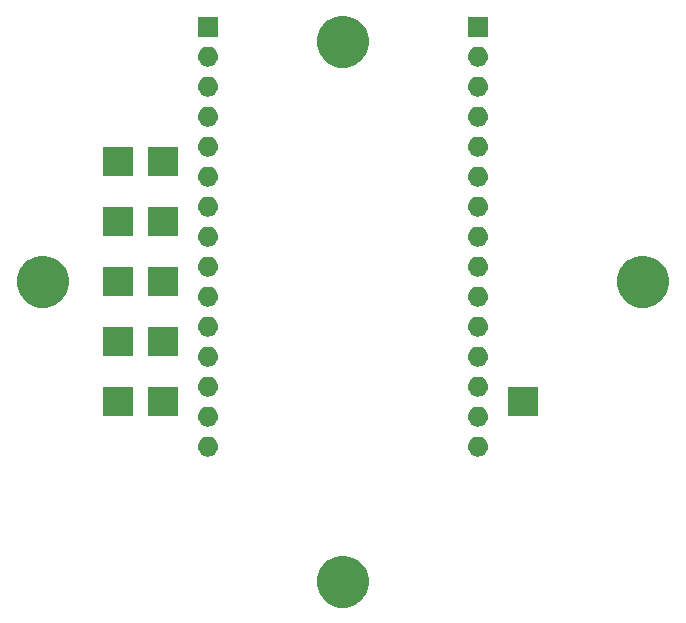
<source format=gbr>
G04 #@! TF.GenerationSoftware,KiCad,Pcbnew,5.0.2+dfsg1-1*
G04 #@! TF.CreationDate,2021-08-24T19:42:59-04:00*
G04 #@! TF.ProjectId,WIFI_RGB_PCB,57494649-5f52-4474-925f-5043422e6b69,rev?*
G04 #@! TF.SameCoordinates,Original*
G04 #@! TF.FileFunction,Soldermask,Bot*
G04 #@! TF.FilePolarity,Negative*
%FSLAX46Y46*%
G04 Gerber Fmt 4.6, Leading zero omitted, Abs format (unit mm)*
G04 Created by KiCad (PCBNEW 5.0.2+dfsg1-1) date Tue 24 Aug 2021 07:42:59 PM EDT*
%MOMM*%
%LPD*%
G01*
G04 APERTURE LIST*
%ADD10C,0.100000*%
G04 APERTURE END LIST*
D10*
G36*
X97161716Y-113454544D02*
X97562090Y-113620384D01*
X97922421Y-113861150D01*
X98228850Y-114167579D01*
X98469616Y-114527910D01*
X98635456Y-114928284D01*
X98720000Y-115353317D01*
X98720000Y-115786683D01*
X98635456Y-116211716D01*
X98469616Y-116612090D01*
X98228850Y-116972421D01*
X97922421Y-117278850D01*
X97562090Y-117519616D01*
X97161716Y-117685456D01*
X96736683Y-117770000D01*
X96303317Y-117770000D01*
X95878284Y-117685456D01*
X95477910Y-117519616D01*
X95117579Y-117278850D01*
X94811150Y-116972421D01*
X94570384Y-116612090D01*
X94404544Y-116211716D01*
X94320000Y-115786683D01*
X94320000Y-115353317D01*
X94404544Y-114928284D01*
X94570384Y-114527910D01*
X94811150Y-114167579D01*
X95117579Y-113861150D01*
X95477910Y-113620384D01*
X95878284Y-113454544D01*
X96303317Y-113370000D01*
X96736683Y-113370000D01*
X97161716Y-113454544D01*
X97161716Y-113454544D01*
G37*
G36*
X108116630Y-103302299D02*
X108276855Y-103350903D01*
X108424520Y-103429831D01*
X108553949Y-103536051D01*
X108660169Y-103665480D01*
X108739097Y-103813145D01*
X108787701Y-103973370D01*
X108804112Y-104140000D01*
X108787701Y-104306630D01*
X108739097Y-104466855D01*
X108660169Y-104614520D01*
X108553949Y-104743949D01*
X108424520Y-104850169D01*
X108276855Y-104929097D01*
X108116630Y-104977701D01*
X107991752Y-104990000D01*
X107908248Y-104990000D01*
X107783370Y-104977701D01*
X107623145Y-104929097D01*
X107475480Y-104850169D01*
X107346051Y-104743949D01*
X107239831Y-104614520D01*
X107160903Y-104466855D01*
X107112299Y-104306630D01*
X107095888Y-104140000D01*
X107112299Y-103973370D01*
X107160903Y-103813145D01*
X107239831Y-103665480D01*
X107346051Y-103536051D01*
X107475480Y-103429831D01*
X107623145Y-103350903D01*
X107783370Y-103302299D01*
X107908248Y-103290000D01*
X107991752Y-103290000D01*
X108116630Y-103302299D01*
X108116630Y-103302299D01*
G37*
G36*
X85256630Y-103302299D02*
X85416855Y-103350903D01*
X85564520Y-103429831D01*
X85693949Y-103536051D01*
X85800169Y-103665480D01*
X85879097Y-103813145D01*
X85927701Y-103973370D01*
X85944112Y-104140000D01*
X85927701Y-104306630D01*
X85879097Y-104466855D01*
X85800169Y-104614520D01*
X85693949Y-104743949D01*
X85564520Y-104850169D01*
X85416855Y-104929097D01*
X85256630Y-104977701D01*
X85131752Y-104990000D01*
X85048248Y-104990000D01*
X84923370Y-104977701D01*
X84763145Y-104929097D01*
X84615480Y-104850169D01*
X84486051Y-104743949D01*
X84379831Y-104614520D01*
X84300903Y-104466855D01*
X84252299Y-104306630D01*
X84235888Y-104140000D01*
X84252299Y-103973370D01*
X84300903Y-103813145D01*
X84379831Y-103665480D01*
X84486051Y-103536051D01*
X84615480Y-103429831D01*
X84763145Y-103350903D01*
X84923370Y-103302299D01*
X85048248Y-103290000D01*
X85131752Y-103290000D01*
X85256630Y-103302299D01*
X85256630Y-103302299D01*
G37*
G36*
X108116630Y-100762299D02*
X108276855Y-100810903D01*
X108424520Y-100889831D01*
X108553949Y-100996051D01*
X108660169Y-101125480D01*
X108739097Y-101273145D01*
X108787701Y-101433370D01*
X108804112Y-101600000D01*
X108787701Y-101766630D01*
X108739097Y-101926855D01*
X108660169Y-102074520D01*
X108553949Y-102203949D01*
X108424520Y-102310169D01*
X108276855Y-102389097D01*
X108116630Y-102437701D01*
X107991752Y-102450000D01*
X107908248Y-102450000D01*
X107783370Y-102437701D01*
X107623145Y-102389097D01*
X107475480Y-102310169D01*
X107346051Y-102203949D01*
X107239831Y-102074520D01*
X107160903Y-101926855D01*
X107112299Y-101766630D01*
X107095888Y-101600000D01*
X107112299Y-101433370D01*
X107160903Y-101273145D01*
X107239831Y-101125480D01*
X107346051Y-100996051D01*
X107475480Y-100889831D01*
X107623145Y-100810903D01*
X107783370Y-100762299D01*
X107908248Y-100750000D01*
X107991752Y-100750000D01*
X108116630Y-100762299D01*
X108116630Y-100762299D01*
G37*
G36*
X85256630Y-100762299D02*
X85416855Y-100810903D01*
X85564520Y-100889831D01*
X85693949Y-100996051D01*
X85800169Y-101125480D01*
X85879097Y-101273145D01*
X85927701Y-101433370D01*
X85944112Y-101600000D01*
X85927701Y-101766630D01*
X85879097Y-101926855D01*
X85800169Y-102074520D01*
X85693949Y-102203949D01*
X85564520Y-102310169D01*
X85416855Y-102389097D01*
X85256630Y-102437701D01*
X85131752Y-102450000D01*
X85048248Y-102450000D01*
X84923370Y-102437701D01*
X84763145Y-102389097D01*
X84615480Y-102310169D01*
X84486051Y-102203949D01*
X84379831Y-102074520D01*
X84300903Y-101926855D01*
X84252299Y-101766630D01*
X84235888Y-101600000D01*
X84252299Y-101433370D01*
X84300903Y-101273145D01*
X84379831Y-101125480D01*
X84486051Y-100996051D01*
X84615480Y-100889831D01*
X84763145Y-100810903D01*
X84923370Y-100762299D01*
X85048248Y-100750000D01*
X85131752Y-100750000D01*
X85256630Y-100762299D01*
X85256630Y-100762299D01*
G37*
G36*
X82530000Y-101580000D02*
X80030000Y-101580000D01*
X80030000Y-99080000D01*
X82530000Y-99080000D01*
X82530000Y-101580000D01*
X82530000Y-101580000D01*
G37*
G36*
X113010000Y-101580000D02*
X110510000Y-101580000D01*
X110510000Y-99080000D01*
X113010000Y-99080000D01*
X113010000Y-101580000D01*
X113010000Y-101580000D01*
G37*
G36*
X78720000Y-101580000D02*
X76220000Y-101580000D01*
X76220000Y-99080000D01*
X78720000Y-99080000D01*
X78720000Y-101580000D01*
X78720000Y-101580000D01*
G37*
G36*
X85256630Y-98222299D02*
X85416855Y-98270903D01*
X85564520Y-98349831D01*
X85693949Y-98456051D01*
X85800169Y-98585480D01*
X85879097Y-98733145D01*
X85927701Y-98893370D01*
X85944112Y-99060000D01*
X85927701Y-99226630D01*
X85879097Y-99386855D01*
X85800169Y-99534520D01*
X85693949Y-99663949D01*
X85564520Y-99770169D01*
X85416855Y-99849097D01*
X85256630Y-99897701D01*
X85131752Y-99910000D01*
X85048248Y-99910000D01*
X84923370Y-99897701D01*
X84763145Y-99849097D01*
X84615480Y-99770169D01*
X84486051Y-99663949D01*
X84379831Y-99534520D01*
X84300903Y-99386855D01*
X84252299Y-99226630D01*
X84235888Y-99060000D01*
X84252299Y-98893370D01*
X84300903Y-98733145D01*
X84379831Y-98585480D01*
X84486051Y-98456051D01*
X84615480Y-98349831D01*
X84763145Y-98270903D01*
X84923370Y-98222299D01*
X85048248Y-98210000D01*
X85131752Y-98210000D01*
X85256630Y-98222299D01*
X85256630Y-98222299D01*
G37*
G36*
X108116630Y-98222299D02*
X108276855Y-98270903D01*
X108424520Y-98349831D01*
X108553949Y-98456051D01*
X108660169Y-98585480D01*
X108739097Y-98733145D01*
X108787701Y-98893370D01*
X108804112Y-99060000D01*
X108787701Y-99226630D01*
X108739097Y-99386855D01*
X108660169Y-99534520D01*
X108553949Y-99663949D01*
X108424520Y-99770169D01*
X108276855Y-99849097D01*
X108116630Y-99897701D01*
X107991752Y-99910000D01*
X107908248Y-99910000D01*
X107783370Y-99897701D01*
X107623145Y-99849097D01*
X107475480Y-99770169D01*
X107346051Y-99663949D01*
X107239831Y-99534520D01*
X107160903Y-99386855D01*
X107112299Y-99226630D01*
X107095888Y-99060000D01*
X107112299Y-98893370D01*
X107160903Y-98733145D01*
X107239831Y-98585480D01*
X107346051Y-98456051D01*
X107475480Y-98349831D01*
X107623145Y-98270903D01*
X107783370Y-98222299D01*
X107908248Y-98210000D01*
X107991752Y-98210000D01*
X108116630Y-98222299D01*
X108116630Y-98222299D01*
G37*
G36*
X85256630Y-95682299D02*
X85416855Y-95730903D01*
X85564520Y-95809831D01*
X85693949Y-95916051D01*
X85800169Y-96045480D01*
X85879097Y-96193145D01*
X85927701Y-96353370D01*
X85944112Y-96520000D01*
X85927701Y-96686630D01*
X85879097Y-96846855D01*
X85800169Y-96994520D01*
X85693949Y-97123949D01*
X85564520Y-97230169D01*
X85416855Y-97309097D01*
X85256630Y-97357701D01*
X85131752Y-97370000D01*
X85048248Y-97370000D01*
X84923370Y-97357701D01*
X84763145Y-97309097D01*
X84615480Y-97230169D01*
X84486051Y-97123949D01*
X84379831Y-96994520D01*
X84300903Y-96846855D01*
X84252299Y-96686630D01*
X84235888Y-96520000D01*
X84252299Y-96353370D01*
X84300903Y-96193145D01*
X84379831Y-96045480D01*
X84486051Y-95916051D01*
X84615480Y-95809831D01*
X84763145Y-95730903D01*
X84923370Y-95682299D01*
X85048248Y-95670000D01*
X85131752Y-95670000D01*
X85256630Y-95682299D01*
X85256630Y-95682299D01*
G37*
G36*
X108116630Y-95682299D02*
X108276855Y-95730903D01*
X108424520Y-95809831D01*
X108553949Y-95916051D01*
X108660169Y-96045480D01*
X108739097Y-96193145D01*
X108787701Y-96353370D01*
X108804112Y-96520000D01*
X108787701Y-96686630D01*
X108739097Y-96846855D01*
X108660169Y-96994520D01*
X108553949Y-97123949D01*
X108424520Y-97230169D01*
X108276855Y-97309097D01*
X108116630Y-97357701D01*
X107991752Y-97370000D01*
X107908248Y-97370000D01*
X107783370Y-97357701D01*
X107623145Y-97309097D01*
X107475480Y-97230169D01*
X107346051Y-97123949D01*
X107239831Y-96994520D01*
X107160903Y-96846855D01*
X107112299Y-96686630D01*
X107095888Y-96520000D01*
X107112299Y-96353370D01*
X107160903Y-96193145D01*
X107239831Y-96045480D01*
X107346051Y-95916051D01*
X107475480Y-95809831D01*
X107623145Y-95730903D01*
X107783370Y-95682299D01*
X107908248Y-95670000D01*
X107991752Y-95670000D01*
X108116630Y-95682299D01*
X108116630Y-95682299D01*
G37*
G36*
X82530000Y-96500000D02*
X80030000Y-96500000D01*
X80030000Y-94000000D01*
X82530000Y-94000000D01*
X82530000Y-96500000D01*
X82530000Y-96500000D01*
G37*
G36*
X78720000Y-96500000D02*
X76220000Y-96500000D01*
X76220000Y-94000000D01*
X78720000Y-94000000D01*
X78720000Y-96500000D01*
X78720000Y-96500000D01*
G37*
G36*
X108116630Y-93142299D02*
X108276855Y-93190903D01*
X108424520Y-93269831D01*
X108553949Y-93376051D01*
X108660169Y-93505480D01*
X108739097Y-93653145D01*
X108787701Y-93813370D01*
X108804112Y-93980000D01*
X108787701Y-94146630D01*
X108739097Y-94306855D01*
X108660169Y-94454520D01*
X108553949Y-94583949D01*
X108424520Y-94690169D01*
X108276855Y-94769097D01*
X108116630Y-94817701D01*
X107991752Y-94830000D01*
X107908248Y-94830000D01*
X107783370Y-94817701D01*
X107623145Y-94769097D01*
X107475480Y-94690169D01*
X107346051Y-94583949D01*
X107239831Y-94454520D01*
X107160903Y-94306855D01*
X107112299Y-94146630D01*
X107095888Y-93980000D01*
X107112299Y-93813370D01*
X107160903Y-93653145D01*
X107239831Y-93505480D01*
X107346051Y-93376051D01*
X107475480Y-93269831D01*
X107623145Y-93190903D01*
X107783370Y-93142299D01*
X107908248Y-93130000D01*
X107991752Y-93130000D01*
X108116630Y-93142299D01*
X108116630Y-93142299D01*
G37*
G36*
X85256630Y-93142299D02*
X85416855Y-93190903D01*
X85564520Y-93269831D01*
X85693949Y-93376051D01*
X85800169Y-93505480D01*
X85879097Y-93653145D01*
X85927701Y-93813370D01*
X85944112Y-93980000D01*
X85927701Y-94146630D01*
X85879097Y-94306855D01*
X85800169Y-94454520D01*
X85693949Y-94583949D01*
X85564520Y-94690169D01*
X85416855Y-94769097D01*
X85256630Y-94817701D01*
X85131752Y-94830000D01*
X85048248Y-94830000D01*
X84923370Y-94817701D01*
X84763145Y-94769097D01*
X84615480Y-94690169D01*
X84486051Y-94583949D01*
X84379831Y-94454520D01*
X84300903Y-94306855D01*
X84252299Y-94146630D01*
X84235888Y-93980000D01*
X84252299Y-93813370D01*
X84300903Y-93653145D01*
X84379831Y-93505480D01*
X84486051Y-93376051D01*
X84615480Y-93269831D01*
X84763145Y-93190903D01*
X84923370Y-93142299D01*
X85048248Y-93130000D01*
X85131752Y-93130000D01*
X85256630Y-93142299D01*
X85256630Y-93142299D01*
G37*
G36*
X71761716Y-88054544D02*
X72162090Y-88220384D01*
X72522421Y-88461150D01*
X72828850Y-88767579D01*
X73069616Y-89127910D01*
X73235456Y-89528284D01*
X73320000Y-89953317D01*
X73320000Y-90386683D01*
X73235456Y-90811716D01*
X73069616Y-91212090D01*
X72828850Y-91572421D01*
X72522421Y-91878850D01*
X72162090Y-92119616D01*
X71761716Y-92285456D01*
X71336683Y-92370000D01*
X70903317Y-92370000D01*
X70478284Y-92285456D01*
X70077910Y-92119616D01*
X69717579Y-91878850D01*
X69411150Y-91572421D01*
X69170384Y-91212090D01*
X69004544Y-90811716D01*
X68920000Y-90386683D01*
X68920000Y-89953317D01*
X69004544Y-89528284D01*
X69170384Y-89127910D01*
X69411150Y-88767579D01*
X69717579Y-88461150D01*
X70077910Y-88220384D01*
X70478284Y-88054544D01*
X70903317Y-87970000D01*
X71336683Y-87970000D01*
X71761716Y-88054544D01*
X71761716Y-88054544D01*
G37*
G36*
X122561716Y-88054544D02*
X122962090Y-88220384D01*
X123322421Y-88461150D01*
X123628850Y-88767579D01*
X123869616Y-89127910D01*
X124035456Y-89528284D01*
X124120000Y-89953317D01*
X124120000Y-90386683D01*
X124035456Y-90811716D01*
X123869616Y-91212090D01*
X123628850Y-91572421D01*
X123322421Y-91878850D01*
X122962090Y-92119616D01*
X122561716Y-92285456D01*
X122136683Y-92370000D01*
X121703317Y-92370000D01*
X121278284Y-92285456D01*
X120877910Y-92119616D01*
X120517579Y-91878850D01*
X120211150Y-91572421D01*
X119970384Y-91212090D01*
X119804544Y-90811716D01*
X119720000Y-90386683D01*
X119720000Y-89953317D01*
X119804544Y-89528284D01*
X119970384Y-89127910D01*
X120211150Y-88767579D01*
X120517579Y-88461150D01*
X120877910Y-88220384D01*
X121278284Y-88054544D01*
X121703317Y-87970000D01*
X122136683Y-87970000D01*
X122561716Y-88054544D01*
X122561716Y-88054544D01*
G37*
G36*
X85256630Y-90602299D02*
X85416855Y-90650903D01*
X85564520Y-90729831D01*
X85693949Y-90836051D01*
X85800169Y-90965480D01*
X85879097Y-91113145D01*
X85927701Y-91273370D01*
X85944112Y-91440000D01*
X85927701Y-91606630D01*
X85879097Y-91766855D01*
X85800169Y-91914520D01*
X85693949Y-92043949D01*
X85564520Y-92150169D01*
X85416855Y-92229097D01*
X85256630Y-92277701D01*
X85131752Y-92290000D01*
X85048248Y-92290000D01*
X84923370Y-92277701D01*
X84763145Y-92229097D01*
X84615480Y-92150169D01*
X84486051Y-92043949D01*
X84379831Y-91914520D01*
X84300903Y-91766855D01*
X84252299Y-91606630D01*
X84235888Y-91440000D01*
X84252299Y-91273370D01*
X84300903Y-91113145D01*
X84379831Y-90965480D01*
X84486051Y-90836051D01*
X84615480Y-90729831D01*
X84763145Y-90650903D01*
X84923370Y-90602299D01*
X85048248Y-90590000D01*
X85131752Y-90590000D01*
X85256630Y-90602299D01*
X85256630Y-90602299D01*
G37*
G36*
X108116630Y-90602299D02*
X108276855Y-90650903D01*
X108424520Y-90729831D01*
X108553949Y-90836051D01*
X108660169Y-90965480D01*
X108739097Y-91113145D01*
X108787701Y-91273370D01*
X108804112Y-91440000D01*
X108787701Y-91606630D01*
X108739097Y-91766855D01*
X108660169Y-91914520D01*
X108553949Y-92043949D01*
X108424520Y-92150169D01*
X108276855Y-92229097D01*
X108116630Y-92277701D01*
X107991752Y-92290000D01*
X107908248Y-92290000D01*
X107783370Y-92277701D01*
X107623145Y-92229097D01*
X107475480Y-92150169D01*
X107346051Y-92043949D01*
X107239831Y-91914520D01*
X107160903Y-91766855D01*
X107112299Y-91606630D01*
X107095888Y-91440000D01*
X107112299Y-91273370D01*
X107160903Y-91113145D01*
X107239831Y-90965480D01*
X107346051Y-90836051D01*
X107475480Y-90729831D01*
X107623145Y-90650903D01*
X107783370Y-90602299D01*
X107908248Y-90590000D01*
X107991752Y-90590000D01*
X108116630Y-90602299D01*
X108116630Y-90602299D01*
G37*
G36*
X82530000Y-91420000D02*
X80030000Y-91420000D01*
X80030000Y-88920000D01*
X82530000Y-88920000D01*
X82530000Y-91420000D01*
X82530000Y-91420000D01*
G37*
G36*
X78720000Y-91420000D02*
X76220000Y-91420000D01*
X76220000Y-88920000D01*
X78720000Y-88920000D01*
X78720000Y-91420000D01*
X78720000Y-91420000D01*
G37*
G36*
X108116630Y-88062299D02*
X108276855Y-88110903D01*
X108424520Y-88189831D01*
X108553949Y-88296051D01*
X108660169Y-88425480D01*
X108739097Y-88573145D01*
X108787701Y-88733370D01*
X108804112Y-88900000D01*
X108787701Y-89066630D01*
X108739097Y-89226855D01*
X108660169Y-89374520D01*
X108553949Y-89503949D01*
X108424520Y-89610169D01*
X108276855Y-89689097D01*
X108116630Y-89737701D01*
X107991752Y-89750000D01*
X107908248Y-89750000D01*
X107783370Y-89737701D01*
X107623145Y-89689097D01*
X107475480Y-89610169D01*
X107346051Y-89503949D01*
X107239831Y-89374520D01*
X107160903Y-89226855D01*
X107112299Y-89066630D01*
X107095888Y-88900000D01*
X107112299Y-88733370D01*
X107160903Y-88573145D01*
X107239831Y-88425480D01*
X107346051Y-88296051D01*
X107475480Y-88189831D01*
X107623145Y-88110903D01*
X107783370Y-88062299D01*
X107908248Y-88050000D01*
X107991752Y-88050000D01*
X108116630Y-88062299D01*
X108116630Y-88062299D01*
G37*
G36*
X85256630Y-88062299D02*
X85416855Y-88110903D01*
X85564520Y-88189831D01*
X85693949Y-88296051D01*
X85800169Y-88425480D01*
X85879097Y-88573145D01*
X85927701Y-88733370D01*
X85944112Y-88900000D01*
X85927701Y-89066630D01*
X85879097Y-89226855D01*
X85800169Y-89374520D01*
X85693949Y-89503949D01*
X85564520Y-89610169D01*
X85416855Y-89689097D01*
X85256630Y-89737701D01*
X85131752Y-89750000D01*
X85048248Y-89750000D01*
X84923370Y-89737701D01*
X84763145Y-89689097D01*
X84615480Y-89610169D01*
X84486051Y-89503949D01*
X84379831Y-89374520D01*
X84300903Y-89226855D01*
X84252299Y-89066630D01*
X84235888Y-88900000D01*
X84252299Y-88733370D01*
X84300903Y-88573145D01*
X84379831Y-88425480D01*
X84486051Y-88296051D01*
X84615480Y-88189831D01*
X84763145Y-88110903D01*
X84923370Y-88062299D01*
X85048248Y-88050000D01*
X85131752Y-88050000D01*
X85256630Y-88062299D01*
X85256630Y-88062299D01*
G37*
G36*
X108116630Y-85522299D02*
X108276855Y-85570903D01*
X108424520Y-85649831D01*
X108553949Y-85756051D01*
X108660169Y-85885480D01*
X108739097Y-86033145D01*
X108787701Y-86193370D01*
X108804112Y-86360000D01*
X108787701Y-86526630D01*
X108739097Y-86686855D01*
X108660169Y-86834520D01*
X108553949Y-86963949D01*
X108424520Y-87070169D01*
X108276855Y-87149097D01*
X108116630Y-87197701D01*
X107991752Y-87210000D01*
X107908248Y-87210000D01*
X107783370Y-87197701D01*
X107623145Y-87149097D01*
X107475480Y-87070169D01*
X107346051Y-86963949D01*
X107239831Y-86834520D01*
X107160903Y-86686855D01*
X107112299Y-86526630D01*
X107095888Y-86360000D01*
X107112299Y-86193370D01*
X107160903Y-86033145D01*
X107239831Y-85885480D01*
X107346051Y-85756051D01*
X107475480Y-85649831D01*
X107623145Y-85570903D01*
X107783370Y-85522299D01*
X107908248Y-85510000D01*
X107991752Y-85510000D01*
X108116630Y-85522299D01*
X108116630Y-85522299D01*
G37*
G36*
X85256630Y-85522299D02*
X85416855Y-85570903D01*
X85564520Y-85649831D01*
X85693949Y-85756051D01*
X85800169Y-85885480D01*
X85879097Y-86033145D01*
X85927701Y-86193370D01*
X85944112Y-86360000D01*
X85927701Y-86526630D01*
X85879097Y-86686855D01*
X85800169Y-86834520D01*
X85693949Y-86963949D01*
X85564520Y-87070169D01*
X85416855Y-87149097D01*
X85256630Y-87197701D01*
X85131752Y-87210000D01*
X85048248Y-87210000D01*
X84923370Y-87197701D01*
X84763145Y-87149097D01*
X84615480Y-87070169D01*
X84486051Y-86963949D01*
X84379831Y-86834520D01*
X84300903Y-86686855D01*
X84252299Y-86526630D01*
X84235888Y-86360000D01*
X84252299Y-86193370D01*
X84300903Y-86033145D01*
X84379831Y-85885480D01*
X84486051Y-85756051D01*
X84615480Y-85649831D01*
X84763145Y-85570903D01*
X84923370Y-85522299D01*
X85048248Y-85510000D01*
X85131752Y-85510000D01*
X85256630Y-85522299D01*
X85256630Y-85522299D01*
G37*
G36*
X82530000Y-86340000D02*
X80030000Y-86340000D01*
X80030000Y-83840000D01*
X82530000Y-83840000D01*
X82530000Y-86340000D01*
X82530000Y-86340000D01*
G37*
G36*
X78720000Y-86340000D02*
X76220000Y-86340000D01*
X76220000Y-83840000D01*
X78720000Y-83840000D01*
X78720000Y-86340000D01*
X78720000Y-86340000D01*
G37*
G36*
X85256630Y-82982299D02*
X85416855Y-83030903D01*
X85564520Y-83109831D01*
X85693949Y-83216051D01*
X85800169Y-83345480D01*
X85879097Y-83493145D01*
X85927701Y-83653370D01*
X85944112Y-83820000D01*
X85927701Y-83986630D01*
X85879097Y-84146855D01*
X85800169Y-84294520D01*
X85693949Y-84423949D01*
X85564520Y-84530169D01*
X85416855Y-84609097D01*
X85256630Y-84657701D01*
X85131752Y-84670000D01*
X85048248Y-84670000D01*
X84923370Y-84657701D01*
X84763145Y-84609097D01*
X84615480Y-84530169D01*
X84486051Y-84423949D01*
X84379831Y-84294520D01*
X84300903Y-84146855D01*
X84252299Y-83986630D01*
X84235888Y-83820000D01*
X84252299Y-83653370D01*
X84300903Y-83493145D01*
X84379831Y-83345480D01*
X84486051Y-83216051D01*
X84615480Y-83109831D01*
X84763145Y-83030903D01*
X84923370Y-82982299D01*
X85048248Y-82970000D01*
X85131752Y-82970000D01*
X85256630Y-82982299D01*
X85256630Y-82982299D01*
G37*
G36*
X108116630Y-82982299D02*
X108276855Y-83030903D01*
X108424520Y-83109831D01*
X108553949Y-83216051D01*
X108660169Y-83345480D01*
X108739097Y-83493145D01*
X108787701Y-83653370D01*
X108804112Y-83820000D01*
X108787701Y-83986630D01*
X108739097Y-84146855D01*
X108660169Y-84294520D01*
X108553949Y-84423949D01*
X108424520Y-84530169D01*
X108276855Y-84609097D01*
X108116630Y-84657701D01*
X107991752Y-84670000D01*
X107908248Y-84670000D01*
X107783370Y-84657701D01*
X107623145Y-84609097D01*
X107475480Y-84530169D01*
X107346051Y-84423949D01*
X107239831Y-84294520D01*
X107160903Y-84146855D01*
X107112299Y-83986630D01*
X107095888Y-83820000D01*
X107112299Y-83653370D01*
X107160903Y-83493145D01*
X107239831Y-83345480D01*
X107346051Y-83216051D01*
X107475480Y-83109831D01*
X107623145Y-83030903D01*
X107783370Y-82982299D01*
X107908248Y-82970000D01*
X107991752Y-82970000D01*
X108116630Y-82982299D01*
X108116630Y-82982299D01*
G37*
G36*
X85256630Y-80442299D02*
X85416855Y-80490903D01*
X85564520Y-80569831D01*
X85693949Y-80676051D01*
X85800169Y-80805480D01*
X85879097Y-80953145D01*
X85927701Y-81113370D01*
X85944112Y-81280000D01*
X85927701Y-81446630D01*
X85879097Y-81606855D01*
X85800169Y-81754520D01*
X85693949Y-81883949D01*
X85564520Y-81990169D01*
X85416855Y-82069097D01*
X85256630Y-82117701D01*
X85131752Y-82130000D01*
X85048248Y-82130000D01*
X84923370Y-82117701D01*
X84763145Y-82069097D01*
X84615480Y-81990169D01*
X84486051Y-81883949D01*
X84379831Y-81754520D01*
X84300903Y-81606855D01*
X84252299Y-81446630D01*
X84235888Y-81280000D01*
X84252299Y-81113370D01*
X84300903Y-80953145D01*
X84379831Y-80805480D01*
X84486051Y-80676051D01*
X84615480Y-80569831D01*
X84763145Y-80490903D01*
X84923370Y-80442299D01*
X85048248Y-80430000D01*
X85131752Y-80430000D01*
X85256630Y-80442299D01*
X85256630Y-80442299D01*
G37*
G36*
X108116630Y-80442299D02*
X108276855Y-80490903D01*
X108424520Y-80569831D01*
X108553949Y-80676051D01*
X108660169Y-80805480D01*
X108739097Y-80953145D01*
X108787701Y-81113370D01*
X108804112Y-81280000D01*
X108787701Y-81446630D01*
X108739097Y-81606855D01*
X108660169Y-81754520D01*
X108553949Y-81883949D01*
X108424520Y-81990169D01*
X108276855Y-82069097D01*
X108116630Y-82117701D01*
X107991752Y-82130000D01*
X107908248Y-82130000D01*
X107783370Y-82117701D01*
X107623145Y-82069097D01*
X107475480Y-81990169D01*
X107346051Y-81883949D01*
X107239831Y-81754520D01*
X107160903Y-81606855D01*
X107112299Y-81446630D01*
X107095888Y-81280000D01*
X107112299Y-81113370D01*
X107160903Y-80953145D01*
X107239831Y-80805480D01*
X107346051Y-80676051D01*
X107475480Y-80569831D01*
X107623145Y-80490903D01*
X107783370Y-80442299D01*
X107908248Y-80430000D01*
X107991752Y-80430000D01*
X108116630Y-80442299D01*
X108116630Y-80442299D01*
G37*
G36*
X82530000Y-81260000D02*
X80030000Y-81260000D01*
X80030000Y-78760000D01*
X82530000Y-78760000D01*
X82530000Y-81260000D01*
X82530000Y-81260000D01*
G37*
G36*
X78720000Y-81260000D02*
X76220000Y-81260000D01*
X76220000Y-78760000D01*
X78720000Y-78760000D01*
X78720000Y-81260000D01*
X78720000Y-81260000D01*
G37*
G36*
X85256630Y-77902299D02*
X85416855Y-77950903D01*
X85564520Y-78029831D01*
X85693949Y-78136051D01*
X85800169Y-78265480D01*
X85879097Y-78413145D01*
X85927701Y-78573370D01*
X85944112Y-78740000D01*
X85927701Y-78906630D01*
X85879097Y-79066855D01*
X85800169Y-79214520D01*
X85693949Y-79343949D01*
X85564520Y-79450169D01*
X85416855Y-79529097D01*
X85256630Y-79577701D01*
X85131752Y-79590000D01*
X85048248Y-79590000D01*
X84923370Y-79577701D01*
X84763145Y-79529097D01*
X84615480Y-79450169D01*
X84486051Y-79343949D01*
X84379831Y-79214520D01*
X84300903Y-79066855D01*
X84252299Y-78906630D01*
X84235888Y-78740000D01*
X84252299Y-78573370D01*
X84300903Y-78413145D01*
X84379831Y-78265480D01*
X84486051Y-78136051D01*
X84615480Y-78029831D01*
X84763145Y-77950903D01*
X84923370Y-77902299D01*
X85048248Y-77890000D01*
X85131752Y-77890000D01*
X85256630Y-77902299D01*
X85256630Y-77902299D01*
G37*
G36*
X108116630Y-77902299D02*
X108276855Y-77950903D01*
X108424520Y-78029831D01*
X108553949Y-78136051D01*
X108660169Y-78265480D01*
X108739097Y-78413145D01*
X108787701Y-78573370D01*
X108804112Y-78740000D01*
X108787701Y-78906630D01*
X108739097Y-79066855D01*
X108660169Y-79214520D01*
X108553949Y-79343949D01*
X108424520Y-79450169D01*
X108276855Y-79529097D01*
X108116630Y-79577701D01*
X107991752Y-79590000D01*
X107908248Y-79590000D01*
X107783370Y-79577701D01*
X107623145Y-79529097D01*
X107475480Y-79450169D01*
X107346051Y-79343949D01*
X107239831Y-79214520D01*
X107160903Y-79066855D01*
X107112299Y-78906630D01*
X107095888Y-78740000D01*
X107112299Y-78573370D01*
X107160903Y-78413145D01*
X107239831Y-78265480D01*
X107346051Y-78136051D01*
X107475480Y-78029831D01*
X107623145Y-77950903D01*
X107783370Y-77902299D01*
X107908248Y-77890000D01*
X107991752Y-77890000D01*
X108116630Y-77902299D01*
X108116630Y-77902299D01*
G37*
G36*
X85256630Y-75362299D02*
X85416855Y-75410903D01*
X85564520Y-75489831D01*
X85693949Y-75596051D01*
X85800169Y-75725480D01*
X85879097Y-75873145D01*
X85927701Y-76033370D01*
X85944112Y-76200000D01*
X85927701Y-76366630D01*
X85879097Y-76526855D01*
X85800169Y-76674520D01*
X85693949Y-76803949D01*
X85564520Y-76910169D01*
X85416855Y-76989097D01*
X85256630Y-77037701D01*
X85131752Y-77050000D01*
X85048248Y-77050000D01*
X84923370Y-77037701D01*
X84763145Y-76989097D01*
X84615480Y-76910169D01*
X84486051Y-76803949D01*
X84379831Y-76674520D01*
X84300903Y-76526855D01*
X84252299Y-76366630D01*
X84235888Y-76200000D01*
X84252299Y-76033370D01*
X84300903Y-75873145D01*
X84379831Y-75725480D01*
X84486051Y-75596051D01*
X84615480Y-75489831D01*
X84763145Y-75410903D01*
X84923370Y-75362299D01*
X85048248Y-75350000D01*
X85131752Y-75350000D01*
X85256630Y-75362299D01*
X85256630Y-75362299D01*
G37*
G36*
X108116630Y-75362299D02*
X108276855Y-75410903D01*
X108424520Y-75489831D01*
X108553949Y-75596051D01*
X108660169Y-75725480D01*
X108739097Y-75873145D01*
X108787701Y-76033370D01*
X108804112Y-76200000D01*
X108787701Y-76366630D01*
X108739097Y-76526855D01*
X108660169Y-76674520D01*
X108553949Y-76803949D01*
X108424520Y-76910169D01*
X108276855Y-76989097D01*
X108116630Y-77037701D01*
X107991752Y-77050000D01*
X107908248Y-77050000D01*
X107783370Y-77037701D01*
X107623145Y-76989097D01*
X107475480Y-76910169D01*
X107346051Y-76803949D01*
X107239831Y-76674520D01*
X107160903Y-76526855D01*
X107112299Y-76366630D01*
X107095888Y-76200000D01*
X107112299Y-76033370D01*
X107160903Y-75873145D01*
X107239831Y-75725480D01*
X107346051Y-75596051D01*
X107475480Y-75489831D01*
X107623145Y-75410903D01*
X107783370Y-75362299D01*
X107908248Y-75350000D01*
X107991752Y-75350000D01*
X108116630Y-75362299D01*
X108116630Y-75362299D01*
G37*
G36*
X85256630Y-72822299D02*
X85416855Y-72870903D01*
X85564520Y-72949831D01*
X85693949Y-73056051D01*
X85800169Y-73185480D01*
X85879097Y-73333145D01*
X85927701Y-73493370D01*
X85944112Y-73660000D01*
X85927701Y-73826630D01*
X85879097Y-73986855D01*
X85800169Y-74134520D01*
X85693949Y-74263949D01*
X85564520Y-74370169D01*
X85416855Y-74449097D01*
X85256630Y-74497701D01*
X85131752Y-74510000D01*
X85048248Y-74510000D01*
X84923370Y-74497701D01*
X84763145Y-74449097D01*
X84615480Y-74370169D01*
X84486051Y-74263949D01*
X84379831Y-74134520D01*
X84300903Y-73986855D01*
X84252299Y-73826630D01*
X84235888Y-73660000D01*
X84252299Y-73493370D01*
X84300903Y-73333145D01*
X84379831Y-73185480D01*
X84486051Y-73056051D01*
X84615480Y-72949831D01*
X84763145Y-72870903D01*
X84923370Y-72822299D01*
X85048248Y-72810000D01*
X85131752Y-72810000D01*
X85256630Y-72822299D01*
X85256630Y-72822299D01*
G37*
G36*
X108116630Y-72822299D02*
X108276855Y-72870903D01*
X108424520Y-72949831D01*
X108553949Y-73056051D01*
X108660169Y-73185480D01*
X108739097Y-73333145D01*
X108787701Y-73493370D01*
X108804112Y-73660000D01*
X108787701Y-73826630D01*
X108739097Y-73986855D01*
X108660169Y-74134520D01*
X108553949Y-74263949D01*
X108424520Y-74370169D01*
X108276855Y-74449097D01*
X108116630Y-74497701D01*
X107991752Y-74510000D01*
X107908248Y-74510000D01*
X107783370Y-74497701D01*
X107623145Y-74449097D01*
X107475480Y-74370169D01*
X107346051Y-74263949D01*
X107239831Y-74134520D01*
X107160903Y-73986855D01*
X107112299Y-73826630D01*
X107095888Y-73660000D01*
X107112299Y-73493370D01*
X107160903Y-73333145D01*
X107239831Y-73185480D01*
X107346051Y-73056051D01*
X107475480Y-72949831D01*
X107623145Y-72870903D01*
X107783370Y-72822299D01*
X107908248Y-72810000D01*
X107991752Y-72810000D01*
X108116630Y-72822299D01*
X108116630Y-72822299D01*
G37*
G36*
X97161716Y-67734544D02*
X97562090Y-67900384D01*
X97922421Y-68141150D01*
X98228850Y-68447579D01*
X98469616Y-68807910D01*
X98635456Y-69208284D01*
X98720000Y-69633317D01*
X98720000Y-70066683D01*
X98635456Y-70491716D01*
X98469616Y-70892090D01*
X98228850Y-71252421D01*
X97922421Y-71558850D01*
X97562090Y-71799616D01*
X97161716Y-71965456D01*
X96736683Y-72050000D01*
X96303317Y-72050000D01*
X95878284Y-71965456D01*
X95477910Y-71799616D01*
X95117579Y-71558850D01*
X94811150Y-71252421D01*
X94570384Y-70892090D01*
X94404544Y-70491716D01*
X94320000Y-70066683D01*
X94320000Y-69633317D01*
X94404544Y-69208284D01*
X94570384Y-68807910D01*
X94811150Y-68447579D01*
X95117579Y-68141150D01*
X95477910Y-67900384D01*
X95878284Y-67734544D01*
X96303317Y-67650000D01*
X96736683Y-67650000D01*
X97161716Y-67734544D01*
X97161716Y-67734544D01*
G37*
G36*
X108116630Y-70282299D02*
X108276855Y-70330903D01*
X108424520Y-70409831D01*
X108553949Y-70516051D01*
X108660169Y-70645480D01*
X108739097Y-70793145D01*
X108787701Y-70953370D01*
X108804112Y-71120000D01*
X108787701Y-71286630D01*
X108739097Y-71446855D01*
X108660169Y-71594520D01*
X108553949Y-71723949D01*
X108424520Y-71830169D01*
X108276855Y-71909097D01*
X108116630Y-71957701D01*
X107991752Y-71970000D01*
X107908248Y-71970000D01*
X107783370Y-71957701D01*
X107623145Y-71909097D01*
X107475480Y-71830169D01*
X107346051Y-71723949D01*
X107239831Y-71594520D01*
X107160903Y-71446855D01*
X107112299Y-71286630D01*
X107095888Y-71120000D01*
X107112299Y-70953370D01*
X107160903Y-70793145D01*
X107239831Y-70645480D01*
X107346051Y-70516051D01*
X107475480Y-70409831D01*
X107623145Y-70330903D01*
X107783370Y-70282299D01*
X107908248Y-70270000D01*
X107991752Y-70270000D01*
X108116630Y-70282299D01*
X108116630Y-70282299D01*
G37*
G36*
X85256630Y-70282299D02*
X85416855Y-70330903D01*
X85564520Y-70409831D01*
X85693949Y-70516051D01*
X85800169Y-70645480D01*
X85879097Y-70793145D01*
X85927701Y-70953370D01*
X85944112Y-71120000D01*
X85927701Y-71286630D01*
X85879097Y-71446855D01*
X85800169Y-71594520D01*
X85693949Y-71723949D01*
X85564520Y-71830169D01*
X85416855Y-71909097D01*
X85256630Y-71957701D01*
X85131752Y-71970000D01*
X85048248Y-71970000D01*
X84923370Y-71957701D01*
X84763145Y-71909097D01*
X84615480Y-71830169D01*
X84486051Y-71723949D01*
X84379831Y-71594520D01*
X84300903Y-71446855D01*
X84252299Y-71286630D01*
X84235888Y-71120000D01*
X84252299Y-70953370D01*
X84300903Y-70793145D01*
X84379831Y-70645480D01*
X84486051Y-70516051D01*
X84615480Y-70409831D01*
X84763145Y-70330903D01*
X84923370Y-70282299D01*
X85048248Y-70270000D01*
X85131752Y-70270000D01*
X85256630Y-70282299D01*
X85256630Y-70282299D01*
G37*
G36*
X108800000Y-69430000D02*
X107100000Y-69430000D01*
X107100000Y-67730000D01*
X108800000Y-67730000D01*
X108800000Y-69430000D01*
X108800000Y-69430000D01*
G37*
G36*
X85940000Y-69430000D02*
X84240000Y-69430000D01*
X84240000Y-67730000D01*
X85940000Y-67730000D01*
X85940000Y-69430000D01*
X85940000Y-69430000D01*
G37*
M02*

</source>
